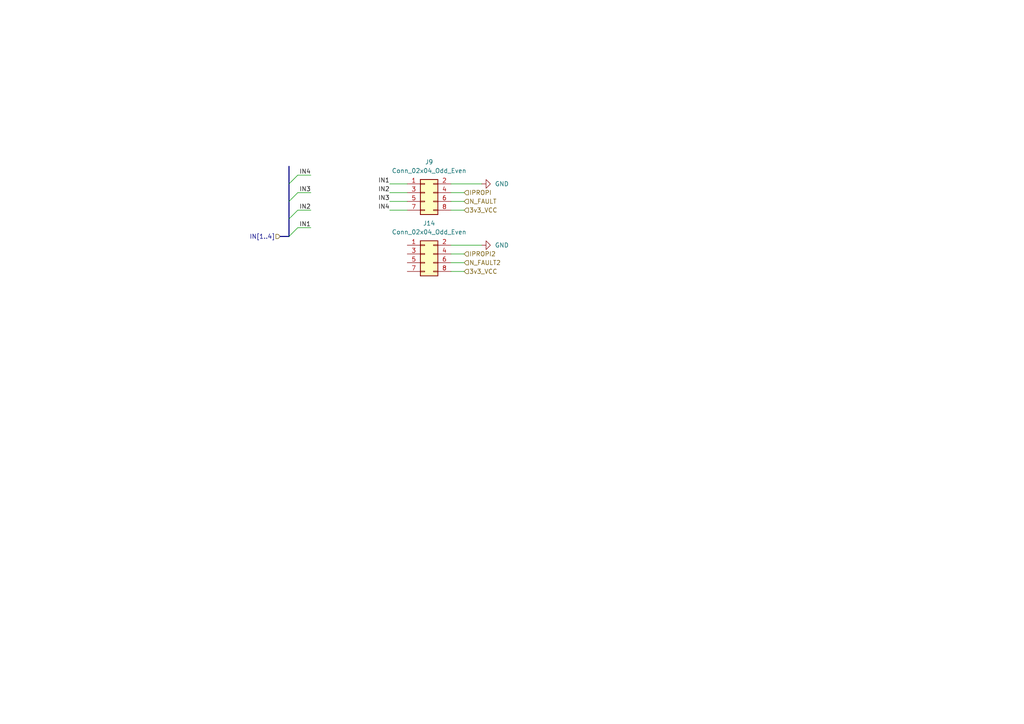
<source format=kicad_sch>
(kicad_sch (version 20231120) (generator "eeschema") (generator_version "8.0")
  (paper "A4")
  (lib_symbols
    (symbol "Connector_Generic:Conn_02x04_Odd_Even" (pin_names (offset 1.016) hide)
      (property "Reference" "J" (at 1.27 5.08 0))
      (property "Value" "Conn_02x04_Odd_Even" (at 1.27 -7.62 0))
      (symbol "Conn_02x04_Odd_Even_1_1"
        (rectangle (start -1.27 -4.953) (end 0 -5.207) (stroke (width 0.1524)))
        (rectangle (start -1.27 -2.413) (end 0 -2.667) (stroke (width 0.1524)))
        (rectangle (start -1.27 0.127) (end 0 -0.127) (stroke (width 0.1524)))
        (rectangle (start -1.27 2.667) (end 0 2.413) (stroke (width 0.1524)))
        (rectangle (start -1.27 3.81) (end 3.81 -6.35) (stroke (width 0.254)) (fill (type background)))
        (rectangle (start 3.81 -4.953) (end 2.54 -5.207) (stroke (width 0.1524)))
        (rectangle (start 3.81 -2.413) (end 2.54 -2.667) (stroke (width 0.1524)))
        (rectangle (start 3.81 0.127) (end 2.54 -0.127) (stroke (width 0.1524)))
        (rectangle (start 3.81 2.667) (end 2.54 2.413) (stroke (width 0.1524)))
        (pin passive line (at -5.08 2.54 0) (length 3.81) (name "Pin_1") (number "1"))
        (pin passive line (at 7.62 2.54 180) (length 3.81) (name "Pin_2") (number "2"))
        (pin passive line (at -5.08 0 0) (length 3.81) (name "Pin_3") (number "3"))
        (pin passive line (at 7.62 0 180) (length 3.81) (name "Pin_4") (number "4"))
        (pin passive line (at -5.08 -2.54 0) (length 3.81) (name "Pin_5") (number "5"))
        (pin passive line (at 7.62 -2.54 180) (length 3.81) (name "Pin_6") (number "6"))
        (pin passive line (at -5.08 -5.08 0) (length 3.81) (name "Pin_7") (number "7"))
        (pin passive line (at 7.62 -5.08 180) (length 3.81) (name "Pin_8") (number "8"))
      )
    )
    (symbol "power:GND" (power) (pin_numbers hide) (pin_names (offset 0) hide)
      (property "Value" "GND" (at 0 -3.81 0))
      (symbol "GND_0_1"
        (polyline (pts (xy 0 0) (xy 0 -1.27) (xy 1.27 -1.27) (xy 0 -2.54) (xy -1.27 -1.27) (xy 0 -1.27)))
      )
      (symbol "GND_1_1"
        (pin power_in line (at 0 0 270) (length 0) (name "~") (number "1"))
      )
    )
  )
  (bus_entry (at 83.82 53.34) (size 2.54 -2.54))
  (bus_entry (at 83.82 63.5) (size 2.54 -2.54))
  (bus_entry (at 83.82 58.42) (size 2.54 -2.54))
  (bus_entry (at 83.82 68.58) (size 2.54 -2.54))
  (wire (pts (xy 130.81 76.2) (xy 134.62 76.2)))
  (wire (pts (xy 90.17 66.04) (xy 86.36 66.04)))
  (wire (pts (xy 130.81 73.66) (xy 134.62 73.66)))
  (bus (pts (xy 83.82 68.58) (xy 81.28 68.58)))
  (wire (pts (xy 130.81 60.96) (xy 134.62 60.96)))
  (bus (pts (xy 83.82 58.42) (xy 83.82 53.34)))
  (wire (pts (xy 90.17 50.8) (xy 86.36 50.8)))
  (wire (pts (xy 130.81 53.34) (xy 139.7 53.34)))
  (bus (pts (xy 83.82 53.34) (xy 83.82 48.26)))
  (wire (pts (xy 113.03 55.88) (xy 118.11 55.88)))
  (wire (pts (xy 130.81 78.74) (xy 134.62 78.74)))
  (wire (pts (xy 113.03 60.96) (xy 118.11 60.96)))
  (wire (pts (xy 130.81 58.42) (xy 134.62 58.42)))
  (wire (pts (xy 90.17 55.88) (xy 86.36 55.88)))
  (bus (pts (xy 83.82 63.5) (xy 83.82 58.42)))
  (bus (pts (xy 83.82 68.58) (xy 83.82 63.5)))
  (wire (pts (xy 113.03 58.42) (xy 118.11 58.42)))
  (wire (pts (xy 90.17 60.96) (xy 86.36 60.96)))
  (wire (pts (xy 130.81 71.12) (xy 139.7 71.12)))
  (wire (pts (xy 113.03 53.34) (xy 118.11 53.34)))
  (wire (pts (xy 130.81 55.88) (xy 134.62 55.88)))
  (label "IN2" (at 113.03 55.88 180))
  (label "IN2" (at 90.17 60.96 180))
  (label "IN4" (at 113.03 60.96 180))
  (label "IN4" (at 90.17 50.8 180))
  (label "IN1" (at 90.17 66.04 180))
  (label "IN3" (at 90.17 55.88 180))
  (label "IN1" (at 113.03 53.34 180))
  (label "IN3" (at 113.03 58.42 180))
  (hierarchical_label "3v3_VCC" (shape input) (at 134.62 78.74 0))
  (hierarchical_label "IN[1..4]" (shape input) (at 81.28 68.58 180))
  (hierarchical_label "N_FAULT2" (shape input) (at 134.62 76.2 0))
  (hierarchical_label "IPROPI" (shape input) (at 134.62 55.88 0))
  (hierarchical_label "IPROPI2" (shape input) (at 134.62 73.66 0))
  (hierarchical_label "N_FAULT" (shape input) (at 134.62 58.42 0))
  (hierarchical_label "3v3_VCC" (shape input) (at 134.62 60.96 0))
  (symbol (lib_id "Connector_Generic:Conn_02x04_Odd_Even") (at 123.19 55.88 0) (unit 1)
    (property "Reference" "J7" (at 124.46 46.99 0))
    (property "Value" "Conn_02x04_Odd_Even" (at 124.46 49.53 0))
    (property "Footprint" "Connector_PinHeader_2.54mm:PinHeader_2x04_P2.54mm_Vertical" (effects (hide yes)))
    (property "Description" "Generic connector, double row, 02x04, odd/even pin numbering scheme (row 1 odd numbers, row 2 even numbers), script generated (kicad-library-utils/schlib/autogen/connector/)" (effects (hide yes)))
    (instances (project "DRV-Tester" (path "" (reference "J9") (unit 1)) (path "" (reference "J8") (unit 1)) (path "" (reference "J7") (unit 1))))
  )
  (symbol (lib_id "power:GND") (at 139.7 53.34 90) (unit 1)
    (property "Reference" "#PWR018" (effects (hide yes)))
    (property "Value" "GND" (at 143.51 53.3399 90) (effects (justify right)))
    (property "Description" "Power symbol creates a global label with name \"GND\" , ground" (effects (hide yes)))
    (instances (project "DRV-Tester" (path "" (reference "#PWR019") (unit 1)) (path "" (reference "#PWR017") (unit 1)) (path "" (reference "#PWR018") (unit 1))))
  )
  (symbol (lib_id "power:GND") (at 139.7 71.12 90) (unit 1)
    (property "Reference" "#PWR026" (effects (hide yes)))
    (property "Value" "GND" (at 143.51 71.1199 90) (effects (justify right)))
    (property "Description" "Power symbol creates a global label with name \"GND\" , ground" (effects (hide yes)))
    (instances (project "DRV-Tester" (path "" (reference "#PWR028") (unit 1)) (path "" (reference "#PWR026") (unit 1)) (path "" (reference "#PWR027") (unit 1))))
  )
  (symbol (lib_id "Connector_Generic:Conn_02x04_Odd_Even") (at 123.19 73.66 0) (unit 1)
    (property "Reference" "J12" (at 124.46 64.77 0))
    (property "Value" "Conn_02x04_Odd_Even" (at 124.46 67.31 0))
    (property "Footprint" "Connector_PinHeader_2.54mm:PinHeader_2x04_P2.54mm_Vertical" (effects (hide yes)))
    (property "Description" "Generic connector, double row, 02x04, odd/even pin numbering scheme (row 1 odd numbers, row 2 even numbers), script generated (kicad-library-utils/schlib/autogen/connector/)" (effects (hide yes)))
    (instances (project "DRV-Tester" (path "" (reference "J14") (unit 1)) (path "" (reference "J12") (unit 1)) (path "" (reference "J13") (unit 1))))
  )
)
</source>
